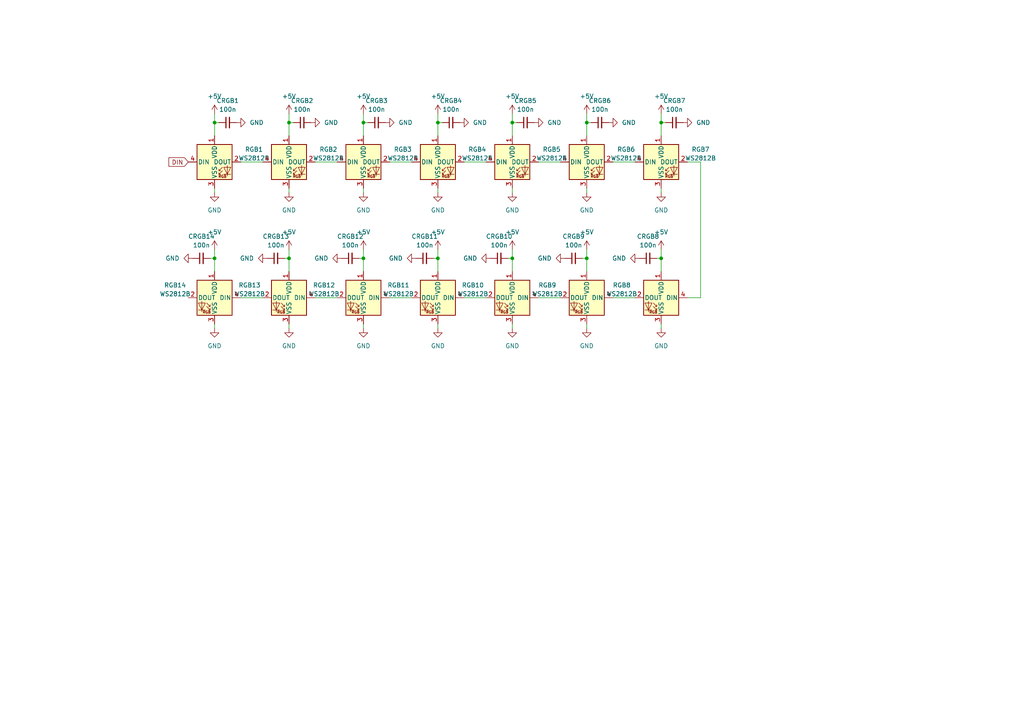
<source format=kicad_sch>
(kicad_sch (version 20230121) (generator eeschema)
  (paper "A4")
  (lib_symbols
    (symbol "Device:C_Small" (pin_numbers hide) (pin_names (offset 0.254) hide)
      (property "Reference" "C" (at 0.254 1.778 0))
      (property "Value" "C_Small" (at 0.254 -2.032 0))
      (symbol "C_Small_0_1"
        (polyline (pts (xy -1.524 -0.508) (xy 1.524 -0.508)) (stroke (width 0.3302)))
        (polyline (pts (xy -1.524 0.508) (xy 1.524 0.508)) (stroke (width 0.3048)))
      )
      (symbol "C_Small_1_1"
        (pin passive line (at 0 2.54 270) (length 2.032) (name "~") (number "1"))
        (pin passive line (at 0 -2.54 90) (length 2.032) (name "~") (number "2"))
      )
    )
    (symbol "LED:WS2812B" (pin_names (offset 0.254))
      (property "Reference" "D" (at 5.08 5.715 0))
      (property "Value" "WS2812B" (at 1.27 -5.715 0))
      (symbol "WS2812B_0_0"
        (text "RGB" (at 2.286 -4.191 0) (effects (font (size 0.762 0.762))))
      )
      (symbol "WS2812B_0_1"
        (polyline (pts (xy 1.27 -3.556) (xy 1.778 -3.556)))
        (polyline (pts (xy 1.27 -2.54) (xy 1.778 -2.54)))
        (polyline (pts (xy 4.699 -3.556) (xy 2.667 -3.556)))
        (polyline (pts (xy 2.286 -2.54) (xy 1.27 -3.556) (xy 1.27 -3.048)))
        (polyline (pts (xy 2.286 -1.524) (xy 1.27 -2.54) (xy 1.27 -2.032)))
        (polyline (pts (xy 3.683 -1.016) (xy 3.683 -3.556) (xy 3.683 -4.064)))
        (polyline (pts (xy 4.699 -1.524) (xy 2.667 -1.524) (xy 3.683 -3.556) (xy 4.699 -1.524)))
        (rectangle (start 5.08 5.08) (end -5.08 -5.08) (stroke (width 0.254)) (fill (type background)))
      )
      (symbol "WS2812B_1_1"
        (pin power_in line (at 0 7.62 270) (length 2.54) (name "VDD") (number "1"))
        (pin output line (at 7.62 0 180) (length 2.54) (name "DOUT") (number "2"))
        (pin power_in line (at 0 -7.62 90) (length 2.54) (name "VSS") (number "3"))
        (pin input line (at -7.62 0 0) (length 2.54) (name "DIN") (number "4"))
      )
    )
    (symbol "power:+5V" (power) (pin_names (offset 0))
      (property "Value" "+5V" (at 0 3.556 0))
      (symbol "+5V_0_1"
        (polyline (pts (xy -0.762 1.27) (xy 0 2.54)))
        (polyline (pts (xy 0 0) (xy 0 2.54)))
        (polyline (pts (xy 0 2.54) (xy 0.762 1.27)))
      )
      (symbol "+5V_1_1"
        (pin power_in line (at 0 0 90) (length 0) hide (name "+5V") (number "1"))
      )
    )
    (symbol "power:GND" (power) (pin_names (offset 0))
      (property "Value" "GND" (at 0 -3.81 0))
      (symbol "GND_0_1"
        (polyline (pts (xy 0 0) (xy 0 -1.27) (xy 1.27 -1.27) (xy 0 -2.54) (xy -1.27 -1.27) (xy 0 -1.27)))
      )
      (symbol "GND_1_1"
        (pin power_in line (at 0 0 270) (length 0) hide (name "GND") (number "1"))
      )
    )
  )
  (junction (at 148.59 35.56))
  (junction (at 105.41 35.56))
  (junction (at 62.23 35.56))
  (junction (at 127 35.56))
  (junction (at 170.18 74.93))
  (junction (at 105.41 74.93))
  (junction (at 127 74.93))
  (junction (at 170.18 35.56))
  (junction (at 191.77 74.93))
  (junction (at 191.77 35.56))
  (junction (at 148.59 74.93))
  (junction (at 83.82 35.56))
  (junction (at 83.82 74.93))
  (junction (at 62.23 74.93))
  (wire (pts (xy 170.18 35.56) (xy 170.18 39.37)))
  (wire (pts (xy 170.18 74.93) (xy 170.18 78.74)))
  (wire (pts (xy 127 54.61) (xy 127 55.88)))
  (wire (pts (xy 83.82 72.39) (xy 83.82 74.93)))
  (wire (pts (xy 83.82 35.56) (xy 83.82 39.37)))
  (wire (pts (xy 106.68 35.56) (xy 105.41 35.56)))
  (wire (pts (xy 191.77 72.39) (xy 191.77 74.93)))
  (wire (pts (xy 148.59 33.02) (xy 148.59 35.56)))
  (wire (pts (xy 83.82 54.61) (xy 83.82 55.88)))
  (wire (pts (xy 62.23 54.61) (xy 62.23 55.88)))
  (wire (pts (xy 113.03 46.99) (xy 119.38 46.99)))
  (wire (pts (xy 193.04 35.56) (xy 191.77 35.56)))
  (wire (pts (xy 62.23 74.93) (xy 62.23 78.74)))
  (wire (pts (xy 69.85 46.99) (xy 76.2 46.99)))
  (wire (pts (xy 149.86 35.56) (xy 148.59 35.56)))
  (wire (pts (xy 148.59 72.39) (xy 148.59 74.93)))
  (wire (pts (xy 83.82 93.98) (xy 83.82 95.25)))
  (wire (pts (xy 105.41 35.56) (xy 105.41 39.37)))
  (wire (pts (xy 62.23 35.56) (xy 62.23 39.37)))
  (wire (pts (xy 148.59 93.98) (xy 148.59 95.25)))
  (wire (pts (xy 191.77 74.93) (xy 191.77 78.74)))
  (wire (pts (xy 156.21 46.99) (xy 162.56 46.99)))
  (wire (pts (xy 127 74.93) (xy 127 78.74)))
  (wire (pts (xy 184.15 86.36) (xy 177.8 86.36)))
  (wire (pts (xy 83.82 33.02) (xy 83.82 35.56)))
  (wire (pts (xy 203.2 46.99) (xy 203.2 86.36)))
  (wire (pts (xy 170.18 93.98) (xy 170.18 95.25)))
  (wire (pts (xy 127 93.98) (xy 127 95.25)))
  (wire (pts (xy 60.96 74.93) (xy 62.23 74.93)))
  (wire (pts (xy 105.41 74.93) (xy 105.41 78.74)))
  (wire (pts (xy 134.62 46.99) (xy 140.97 46.99)))
  (wire (pts (xy 191.77 33.02) (xy 191.77 35.56)))
  (wire (pts (xy 127 33.02) (xy 127 35.56)))
  (wire (pts (xy 62.23 72.39) (xy 62.23 74.93)))
  (wire (pts (xy 171.45 35.56) (xy 170.18 35.56)))
  (wire (pts (xy 63.5 35.56) (xy 62.23 35.56)))
  (wire (pts (xy 83.82 74.93) (xy 83.82 78.74)))
  (wire (pts (xy 76.2 86.36) (xy 69.85 86.36)))
  (wire (pts (xy 170.18 72.39) (xy 170.18 74.93)))
  (wire (pts (xy 119.38 86.36) (xy 113.03 86.36)))
  (wire (pts (xy 148.59 54.61) (xy 148.59 55.88)))
  (wire (pts (xy 203.2 86.36) (xy 199.39 86.36)))
  (wire (pts (xy 127 72.39) (xy 127 74.93)))
  (wire (pts (xy 62.23 33.02) (xy 62.23 35.56)))
  (wire (pts (xy 191.77 54.61) (xy 191.77 55.88)))
  (wire (pts (xy 105.41 33.02) (xy 105.41 35.56)))
  (wire (pts (xy 162.56 86.36) (xy 156.21 86.36)))
  (wire (pts (xy 128.27 35.56) (xy 127 35.56)))
  (wire (pts (xy 199.39 46.99) (xy 203.2 46.99)))
  (wire (pts (xy 170.18 54.61) (xy 170.18 55.88)))
  (wire (pts (xy 85.09 35.56) (xy 83.82 35.56)))
  (wire (pts (xy 190.5 74.93) (xy 191.77 74.93)))
  (wire (pts (xy 147.32 74.93) (xy 148.59 74.93)))
  (wire (pts (xy 177.8 46.99) (xy 184.15 46.99)))
  (wire (pts (xy 82.55 74.93) (xy 83.82 74.93)))
  (wire (pts (xy 148.59 35.56) (xy 148.59 39.37)))
  (wire (pts (xy 105.41 72.39) (xy 105.41 74.93)))
  (wire (pts (xy 140.97 86.36) (xy 134.62 86.36)))
  (wire (pts (xy 191.77 35.56) (xy 191.77 39.37)))
  (wire (pts (xy 105.41 54.61) (xy 105.41 55.88)))
  (wire (pts (xy 148.59 74.93) (xy 148.59 78.74)))
  (wire (pts (xy 168.91 74.93) (xy 170.18 74.93)))
  (wire (pts (xy 127 35.56) (xy 127 39.37)))
  (wire (pts (xy 191.77 93.98) (xy 191.77 95.25)))
  (wire (pts (xy 105.41 93.98) (xy 105.41 95.25)))
  (wire (pts (xy 97.79 86.36) (xy 91.44 86.36)))
  (wire (pts (xy 91.44 46.99) (xy 97.79 46.99)))
  (wire (pts (xy 62.23 93.98) (xy 62.23 95.25)))
  (wire (pts (xy 104.14 74.93) (xy 105.41 74.93)))
  (wire (pts (xy 170.18 33.02) (xy 170.18 35.56)))
  (wire (pts (xy 125.73 74.93) (xy 127 74.93)))
  (global_label "DIN" (shape input) (at 54.61 46.99 180) (property "Intersheetrefs" "${INTERSHEET_REFS}" (effects hide)))
  (symbol (lib_id "power:GND") (at 127 95.25 0) (mirror y) (unit 1)
    (property "Reference" "#PWR059" (effects hide))
    (property "Value" "GND" (at 127 100.33 0))
  )
  (symbol (lib_id "power:GND") (at 191.77 55.88 0) (unit 1)
    (property "Reference" "#PWR041" (effects hide))
    (property "Value" "GND" (at 191.77 60.96 0))
  )
  (symbol (lib_id "power:+5V") (at 62.23 72.39 0) (mirror y) (unit 1)
    (property "Reference" "#PWR048" (effects hide))
    (property "Value" "+5V" (at 62.23 67.31 0))
  )
  (symbol (lib_id "power:GND") (at 170.18 95.25 0) (mirror y) (unit 1)
    (property "Reference" "#PWR057" (effects hide))
    (property "Value" "GND" (at 170.18 100.33 0))
  )
  (symbol (lib_id "power:GND") (at 154.94 35.56 90) (unit 1)
    (property "Reference" "#PWR034" (effects hide))
    (property "Value" "GND" (at 158.75 35.56 90) (effects (justify right)))
  )
  (symbol (lib_id "power:+5V") (at 83.82 72.39 0) (mirror y) (unit 1)
    (property "Reference" "#PWR047" (effects hide))
    (property "Value" "+5V" (at 83.82 67.31 0))
  )
  (symbol (lib_id "Device:C_Small") (at 144.78 74.93 90) (unit 1)
    (property "Reference" "CRGB10" (at 144.7863 68.58 90))
    (property "Value" "100n" (at 144.7863 71.12 90))
    (property "Footprint" "Capacitor_SMD:C_0402_1005Metric" (effects hide))
  )
  (symbol (lib_id "power:GND") (at 176.53 35.56 90) (unit 1)
    (property "Reference" "#PWR035" (effects hide))
    (property "Value" "GND" (at 180.34 35.56 90) (effects (justify right)))
  )
  (symbol (lib_id "power:GND") (at 83.82 55.88 0) (unit 1)
    (property "Reference" "#PWR026" (effects hide))
    (property "Value" "GND" (at 83.82 60.96 0))
  )
  (symbol (lib_id "LED:WS2812B") (at 105.41 86.36 0) (mirror y) (unit 1)
    (property "Reference" "RGB12" (at 93.98 82.7121 0))
    (property "Value" "WS2812B" (at 93.98 85.2521 0))
    (property "Footprint" "LED_SMD:LED_WS2812B_PLCC4_5.0x5.0mm_P3.2mm" (effects hide))
    (property "Datasheet" "https://cdn-shop.adafruit.com/datasheets/WS2812B.pdf" (effects hide))
  )
  (symbol (lib_id "Device:C_Small") (at 80.01 74.93 90) (unit 1)
    (property "Reference" "CRGB13" (at 80.0163 68.58 90))
    (property "Value" "100n" (at 80.0163 71.12 90))
    (property "Footprint" "Capacitor_SMD:C_0402_1005Metric" (effects hide))
  )
  (symbol (lib_id "LED:WS2812B") (at 62.23 86.36 0) (mirror y) (unit 1)
    (property "Reference" "RGB14" (at 50.8 82.7121 0))
    (property "Value" "WS2812B" (at 50.8 85.2521 0))
    (property "Footprint" "LED_SMD:LED_WS2812B_PLCC4_5.0x5.0mm_P3.2mm" (effects hide))
    (property "Datasheet" "https://cdn-shop.adafruit.com/datasheets/WS2812B.pdf" (effects hide))
  )
  (symbol (lib_id "power:GND") (at 83.82 95.25 0) (mirror y) (unit 1)
    (property "Reference" "#PWR061" (effects hide))
    (property "Value" "GND" (at 83.82 100.33 0))
  )
  (symbol (lib_id "Device:C_Small") (at 123.19 74.93 90) (unit 1)
    (property "Reference" "CRGB11" (at 123.1963 68.58 90))
    (property "Value" "100n" (at 123.1963 71.12 90))
    (property "Footprint" "Capacitor_SMD:C_0402_1005Metric" (effects hide))
  )
  (symbol (lib_id "power:GND") (at 170.18 55.88 0) (unit 1)
    (property "Reference" "#PWR038" (effects hide))
    (property "Value" "GND" (at 170.18 60.96 0))
  )
  (symbol (lib_id "power:GND") (at 148.59 95.25 0) (mirror y) (unit 1)
    (property "Reference" "#PWR058" (effects hide))
    (property "Value" "GND" (at 148.59 100.33 0))
  )
  (symbol (lib_id "LED:WS2812B") (at 127 46.99 0) (unit 1)
    (property "Reference" "RGB4" (at 138.43 43.3421 0))
    (property "Value" "WS2812B" (at 138.43 45.8821 0))
    (property "Footprint" "LED_SMD:LED_WS2812B_PLCC4_5.0x5.0mm_P3.2mm" (effects hide))
    (property "Datasheet" "https://cdn-shop.adafruit.com/datasheets/WS2812B.pdf" (effects hide))
  )
  (symbol (lib_id "power:+5V") (at 83.82 33.02 0) (unit 1)
    (property "Reference" "#PWR024" (effects hide))
    (property "Value" "+5V" (at 83.82 27.94 0))
  )
  (symbol (lib_id "LED:WS2812B") (at 148.59 86.36 0) (mirror y) (unit 1)
    (property "Reference" "RGB10" (at 137.16 82.7121 0))
    (property "Value" "WS2812B" (at 137.16 85.2521 0))
    (property "Footprint" "LED_SMD:LED_WS2812B_PLCC4_5.0x5.0mm_P3.2mm" (effects hide))
    (property "Datasheet" "https://cdn-shop.adafruit.com/datasheets/WS2812B.pdf" (effects hide))
  )
  (symbol (lib_id "Device:C_Small") (at 195.58 35.56 90) (unit 1)
    (property "Reference" "CRGB7" (at 195.5863 29.21 90))
    (property "Value" "100n" (at 195.5863 31.75 90))
    (property "Footprint" "Capacitor_SMD:C_0402_1005Metric" (effects hide))
  )
  (symbol (lib_id "LED:WS2812B") (at 148.59 46.99 0) (unit 1)
    (property "Reference" "RGB5" (at 160.02 43.3421 0))
    (property "Value" "WS2812B" (at 160.02 45.8821 0))
    (property "Footprint" "LED_SMD:LED_WS2812B_PLCC4_5.0x5.0mm_P3.2mm" (effects hide))
    (property "Datasheet" "https://cdn-shop.adafruit.com/datasheets/WS2812B.pdf" (effects hide))
  )
  (symbol (lib_id "LED:WS2812B") (at 83.82 46.99 0) (unit 1)
    (property "Reference" "RGB2" (at 95.25 43.3421 0))
    (property "Value" "WS2812B" (at 95.25 45.8821 0))
    (property "Footprint" "LED_SMD:LED_WS2812B_PLCC4_5.0x5.0mm_P3.2mm" (effects hide))
    (property "Datasheet" "https://cdn-shop.adafruit.com/datasheets/WS2812B.pdf" (effects hide))
  )
  (symbol (lib_id "Device:C_Small") (at 187.96 74.93 90) (unit 1)
    (property "Reference" "CRGB8" (at 187.9663 68.58 90))
    (property "Value" "100n" (at 187.9663 71.12 90))
    (property "Footprint" "Capacitor_SMD:C_0402_1005Metric" (effects hide))
  )
  (symbol (lib_id "power:GND") (at 133.35 35.56 90) (unit 1)
    (property "Reference" "#PWR033" (effects hide))
    (property "Value" "GND" (at 137.16 35.56 90) (effects (justify right)))
  )
  (symbol (lib_id "Device:C_Small") (at 130.81 35.56 90) (unit 1)
    (property "Reference" "CRGB4" (at 130.8163 29.21 90))
    (property "Value" "100n" (at 130.8163 31.75 90))
    (property "Footprint" "Capacitor_SMD:C_0402_1005Metric" (effects hide))
  )
  (symbol (lib_id "Device:C_Small") (at 101.6 74.93 90) (unit 1)
    (property "Reference" "CRGB12" (at 101.6063 68.58 90))
    (property "Value" "100n" (at 101.6063 71.12 90))
    (property "Footprint" "Capacitor_SMD:C_0402_1005Metric" (effects hide))
  )
  (symbol (lib_id "power:+5V") (at 105.41 72.39 0) (mirror y) (unit 1)
    (property "Reference" "#PWR046" (effects hide))
    (property "Value" "+5V" (at 105.41 67.31 0))
  )
  (symbol (lib_id "Device:C_Small") (at 87.63 35.56 90) (unit 1)
    (property "Reference" "CRGB2" (at 87.6363 29.21 90))
    (property "Value" "100n" (at 87.6363 31.75 90))
    (property "Footprint" "Capacitor_SMD:C_0402_1005Metric" (effects hide))
  )
  (symbol (lib_id "power:+5V") (at 191.77 33.02 0) (unit 1)
    (property "Reference" "#PWR039" (effects hide))
    (property "Value" "+5V" (at 191.77 27.94 0))
  )
  (symbol (lib_id "power:+5V") (at 127 72.39 0) (mirror y) (unit 1)
    (property "Reference" "#PWR045" (effects hide))
    (property "Value" "+5V" (at 127 67.31 0))
  )
  (symbol (lib_id "LED:WS2812B") (at 191.77 46.99 0) (unit 1)
    (property "Reference" "RGB7" (at 203.2 43.3421 0))
    (property "Value" "WS2812B" (at 203.2 45.8821 0))
    (property "Footprint" "LED_SMD:LED_WS2812B_PLCC4_5.0x5.0mm_P3.2mm" (effects hide))
    (property "Datasheet" "https://cdn-shop.adafruit.com/datasheets/WS2812B.pdf" (effects hide))
  )
  (symbol (lib_id "power:GND") (at 120.65 74.93 270) (mirror x) (unit 1)
    (property "Reference" "#PWR052" (effects hide))
    (property "Value" "GND" (at 116.84 74.93 90) (effects (justify right)))
  )
  (symbol (lib_id "power:GND") (at 62.23 55.88 0) (unit 1)
    (property "Reference" "#PWR023" (effects hide))
    (property "Value" "GND" (at 62.23 60.96 0))
  )
  (symbol (lib_id "power:GND") (at 68.58 35.56 90) (unit 1)
    (property "Reference" "#PWR022" (effects hide))
    (property "Value" "GND" (at 72.39 35.56 90) (effects (justify right)))
  )
  (symbol (lib_id "Device:C_Small") (at 66.04 35.56 90) (unit 1)
    (property "Reference" "CRGB1" (at 66.0463 29.21 90))
    (property "Value" "100n" (at 66.0463 31.75 90))
    (property "Footprint" "Capacitor_SMD:C_0402_1005Metric" (effects hide))
  )
  (symbol (lib_id "power:+5V") (at 170.18 72.39 0) (mirror y) (unit 1)
    (property "Reference" "#PWR043" (effects hide))
    (property "Value" "+5V" (at 170.18 67.31 0))
  )
  (symbol (lib_id "power:GND") (at 62.23 95.25 0) (mirror y) (unit 1)
    (property "Reference" "#PWR062" (effects hide))
    (property "Value" "GND" (at 62.23 100.33 0))
  )
  (symbol (lib_id "power:GND") (at 127 55.88 0) (unit 1)
    (property "Reference" "#PWR036" (effects hide))
    (property "Value" "GND" (at 127 60.96 0))
  )
  (symbol (lib_id "power:GND") (at 105.41 55.88 0) (unit 1)
    (property "Reference" "#PWR029" (effects hide))
    (property "Value" "GND" (at 105.41 60.96 0))
  )
  (symbol (lib_id "Device:C_Small") (at 166.37 74.93 90) (unit 1)
    (property "Reference" "CRGB9" (at 166.3763 68.58 90))
    (property "Value" "100n" (at 166.3763 71.12 90))
    (property "Footprint" "Capacitor_SMD:C_0402_1005Metric" (effects hide))
  )
  (symbol (lib_id "power:+5V") (at 127 33.02 0) (unit 1)
    (property "Reference" "#PWR030" (effects hide))
    (property "Value" "+5V" (at 127 27.94 0))
  )
  (symbol (lib_id "power:GND") (at 99.06 74.93 270) (mirror x) (unit 1)
    (property "Reference" "#PWR053" (effects hide))
    (property "Value" "GND" (at 95.25 74.93 90) (effects (justify right)))
  )
  (symbol (lib_id "power:GND") (at 163.83 74.93 270) (mirror x) (unit 1)
    (property "Reference" "#PWR050" (effects hide))
    (property "Value" "GND" (at 160.02 74.93 90) (effects (justify right)))
  )
  (symbol (lib_id "power:GND") (at 55.88 74.93 270) (mirror x) (unit 1)
    (property "Reference" "#PWR055" (effects hide))
    (property "Value" "GND" (at 52.07 74.93 90) (effects (justify right)))
  )
  (symbol (lib_id "LED:WS2812B") (at 127 86.36 0) (mirror y) (unit 1)
    (property "Reference" "RGB11" (at 115.57 82.7121 0))
    (property "Value" "WS2812B" (at 115.57 85.2521 0))
    (property "Footprint" "LED_SMD:LED_WS2812B_PLCC4_5.0x5.0mm_P3.2mm" (effects hide))
    (property "Datasheet" "https://cdn-shop.adafruit.com/datasheets/WS2812B.pdf" (effects hide))
  )
  (symbol (lib_id "power:GND") (at 111.76 35.56 90) (unit 1)
    (property "Reference" "#PWR028" (effects hide))
    (property "Value" "GND" (at 115.57 35.56 90) (effects (justify right)))
  )
  (symbol (lib_id "power:+5V") (at 191.77 72.39 0) (mirror y) (unit 1)
    (property "Reference" "#PWR042" (effects hide))
    (property "Value" "+5V" (at 191.77 67.31 0))
  )
  (symbol (lib_id "power:GND") (at 148.59 55.88 0) (unit 1)
    (property "Reference" "#PWR037" (effects hide))
    (property "Value" "GND" (at 148.59 60.96 0))
  )
  (symbol (lib_id "Device:C_Small") (at 109.22 35.56 90) (unit 1)
    (property "Reference" "CRGB3" (at 109.2263 29.21 90))
    (property "Value" "100n" (at 109.2263 31.75 90))
    (property "Footprint" "Capacitor_SMD:C_0402_1005Metric" (effects hide))
  )
  (symbol (lib_id "LED:WS2812B") (at 105.41 46.99 0) (unit 1)
    (property "Reference" "RGB3" (at 116.84 43.3421 0))
    (property "Value" "WS2812B" (at 116.84 45.8821 0))
    (property "Footprint" "LED_SMD:LED_WS2812B_PLCC4_5.0x5.0mm_P3.2mm" (effects hide))
    (property "Datasheet" "https://cdn-shop.adafruit.com/datasheets/WS2812B.pdf" (effects hide))
  )
  (symbol (lib_id "power:+5V") (at 170.18 33.02 0) (unit 1)
    (property "Reference" "#PWR032" (effects hide))
    (property "Value" "+5V" (at 170.18 27.94 0))
  )
  (symbol (lib_id "LED:WS2812B") (at 170.18 46.99 0) (unit 1)
    (property "Reference" "RGB6" (at 181.61 43.3421 0))
    (property "Value" "WS2812B" (at 181.61 45.8821 0))
    (property "Footprint" "LED_SMD:LED_WS2812B_PLCC4_5.0x5.0mm_P3.2mm" (effects hide))
    (property "Datasheet" "https://cdn-shop.adafruit.com/datasheets/WS2812B.pdf" (effects hide))
  )
  (symbol (lib_id "Device:C_Small") (at 58.42 74.93 90) (unit 1)
    (property "Reference" "CRGB14" (at 58.4263 68.58 90))
    (property "Value" "100n" (at 58.4263 71.12 90))
    (property "Footprint" "Capacitor_SMD:C_0402_1005Metric" (effects hide))
  )
  (symbol (lib_id "Device:C_Small") (at 173.99 35.56 90) (unit 1)
    (property "Reference" "CRGB6" (at 173.9963 29.21 90))
    (property "Value" "100n" (at 173.9963 31.75 90))
    (property "Footprint" "Capacitor_SMD:C_0402_1005Metric" (effects hide))
  )
  (symbol (lib_id "power:+5V") (at 62.23 33.02 0) (unit 1)
    (property "Reference" "#PWR021" (effects hide))
    (property "Value" "+5V" (at 62.23 27.94 0))
  )
  (symbol (lib_id "power:GND") (at 191.77 95.25 0) (mirror y) (unit 1)
    (property "Reference" "#PWR056" (effects hide))
    (property "Value" "GND" (at 191.77 100.33 0))
  )
  (symbol (lib_id "LED:WS2812B") (at 170.18 86.36 0) (mirror y) (unit 1)
    (property "Reference" "RGB9" (at 158.75 82.7121 0))
    (property "Value" "WS2812B" (at 158.75 85.2521 0))
    (property "Footprint" "LED_SMD:LED_WS2812B_PLCC4_5.0x5.0mm_P3.2mm" (effects hide))
    (property "Datasheet" "https://cdn-shop.adafruit.com/datasheets/WS2812B.pdf" (effects hide))
  )
  (symbol (lib_id "power:+5V") (at 148.59 72.39 0) (mirror y) (unit 1)
    (property "Reference" "#PWR044" (effects hide))
    (property "Value" "+5V" (at 148.59 67.31 0))
  )
  (symbol (lib_id "power:GND") (at 77.47 74.93 270) (mirror x) (unit 1)
    (property "Reference" "#PWR054" (effects hide))
    (property "Value" "GND" (at 73.66 74.93 90) (effects (justify right)))
  )
  (symbol (lib_id "LED:WS2812B") (at 83.82 86.36 0) (mirror y) (unit 1)
    (property "Reference" "RGB13" (at 72.39 82.7121 0))
    (property "Value" "WS2812B" (at 72.39 85.2521 0))
    (property "Footprint" "LED_SMD:LED_WS2812B_PLCC4_5.0x5.0mm_P3.2mm" (effects hide))
    (property "Datasheet" "https://cdn-shop.adafruit.com/datasheets/WS2812B.pdf" (effects hide))
  )
  (symbol (lib_id "Device:C_Small") (at 152.4 35.56 90) (unit 1)
    (property "Reference" "CRGB5" (at 152.4063 29.21 90))
    (property "Value" "100n" (at 152.4063 31.75 90))
    (property "Footprint" "Capacitor_SMD:C_0402_1005Metric" (effects hide))
  )
  (symbol (lib_id "power:+5V") (at 105.41 33.02 0) (unit 1)
    (property "Reference" "#PWR027" (effects hide))
    (property "Value" "+5V" (at 105.41 27.94 0))
  )
  (symbol (lib_id "LED:WS2812B") (at 191.77 86.36 0) (mirror y) (unit 1)
    (property "Reference" "RGB8" (at 180.34 82.7121 0))
    (property "Value" "WS2812B" (at 180.34 85.2521 0))
    (property "Footprint" "LED_SMD:LED_WS2812B_PLCC4_5.0x5.0mm_P3.2mm" (effects hide))
    (property "Datasheet" "https://cdn-shop.adafruit.com/datasheets/WS2812B.pdf" (effects hide))
  )
  (symbol (lib_id "power:GND") (at 185.42 74.93 270) (mirror x) (unit 1)
    (property "Reference" "#PWR049" (effects hide))
    (property "Value" "GND" (at 181.61 74.93 90) (effects (justify right)))
  )
  (symbol (lib_id "power:GND") (at 142.24 74.93 270) (mirror x) (unit 1)
    (property "Reference" "#PWR051" (effects hide))
    (property "Value" "GND" (at 138.43 74.93 90) (effects (justify right)))
  )
  (symbol (lib_id "power:GND") (at 90.17 35.56 90) (unit 1)
    (property "Reference" "#PWR025" (effects hide))
    (property "Value" "GND" (at 93.98 35.56 90) (effects (justify right)))
  )
  (symbol (lib_id "power:GND") (at 198.12 35.56 90) (unit 1)
    (property "Reference" "#PWR040" (effects hide))
    (property "Value" "GND" (at 201.93 35.56 90) (effects (justify right)))
  )
  (symbol (lib_id "power:GND") (at 105.41 95.25 0) (mirror y) (unit 1)
    (property "Reference" "#PWR060" (effects hide))
    (property "Value" "GND" (at 105.41 100.33 0))
  )
  (symbol (lib_id "LED:WS2812B") (at 62.23 46.99 0) (unit 1)
    (property "Reference" "RGB1" (at 73.66 43.3421 0))
    (property "Value" "WS2812B" (at 73.66 45.8821 0))
    (property "Footprint" "LED_SMD:LED_WS2812B_PLCC4_5.0x5.0mm_P3.2mm" (effects hide))
    (property "Datasheet" "https://cdn-shop.adafruit.com/datasheets/WS2812B.pdf" (effects hide))
  )
  (symbol (lib_id "power:+5V") (at 148.59 33.02 0) (unit 1)
    (property "Reference" "#PWR031" (effects hide))
    (property "Value" "+5V" (at 148.59 27.94 0))
  )
)
</source>
